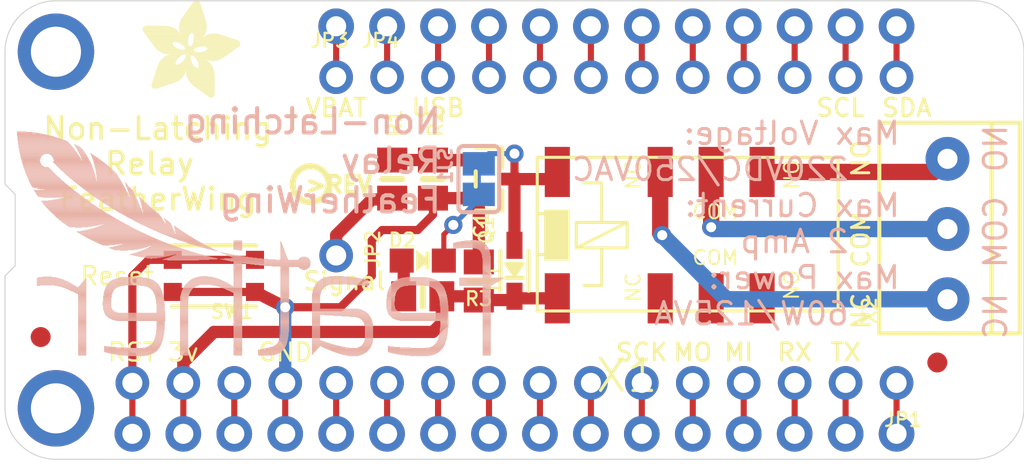
<source format=kicad_pcb>
(kicad_pcb (version 20211014) (generator pcbnew)
  (layers (0 "F.Cu" signal) (1 "In1.Cu" signal) (2 "In2.Cu" signal) (3 "In3.Cu" signal) (4 "In4.Cu" signal) (5 "In5.Cu" signal) (6 "In6.Cu" signal) (7 "In7.Cu" signal) (8 "In8.Cu" signal) (9 "In9.Cu" signal) (10 "In10.Cu" signal) (11 "In11.Cu" signal) (12 "In12.Cu" signal) (13 "In13.Cu" signal) (14 "In14.Cu" signal) (31 "B.Cu" signal) (34 "B.Paste" user) (35 "F.Paste" user) (36 "B.SilkS" user "B.Silkscreen") (37 "F.SilkS" user "F.Silkscreen") (38 "B.Mask" user) (39 "F.Mask" user) (44 "Edge.Cuts" user))
  (net 0 "")
  (net 1 "GND")
  (net 2 "SDA")
  (net 3 "SCL")
  (net 4 "VBAT")
  (net 5 "3.3V")
  (net 6 "N$14")
  (net 7 "USB")
  (net 8 "N$15")
  (net 9 "N$16")
  (net 10 "N$17")
  (net 11 "N$18")
  (net 12 "N$19")
  (net 13 "N$20")
  (net 14 "N$21")
  (net 15 "N$2")
  (net 16 "N$3")
  (net 17 "N$4")
  (net 18 "N$5")
  (net 19 "N$6")
  (net 20 "N$7")
  (net 21 "N$8")
  (net 22 "N$9")
  (net 23 "N$10")
  (net 24 "N$11")
  (net 25 "N$12")
  (net 26 "N$13")
  (net 27 "N$23")
  (net 28 "RESET")
  (net 29 "N$1")
  (net 30 "N$22")
  (net 31 "COM1")
  (net 32 "NO1")
  (net 33 "N$24")
  (net 34 "N$26")
  (net 35 "N$28")
  (net 36 "N$25")
  (footprint "boardEagle:BTN_KMR2_4.6X2.8" (layer "F.Cu") (at 133.5151 107.2896 180)
    (fp_text reference "SW1" (at -2.032 -1.778) (layer "F.SilkS") (effects (font (size 0.692831 0.692831) (thickness 0.119969)) (justify right)))
    (fp_text value "kmr2")
    (pad "A" smd rect (at 2.05 -0.8 180) (size 0.9 0.9) (layers "F.Cu" "F.Paste" "F.Mask") (net 1 "GND"))
    (pad "A'" smd rect (at -2.05 -0.8 180) (size 0.9 0.9) (layers "F.Cu" "F.Paste" "F.Mask") (net 1 "GND"))
    (pad "B" smd rect (at 2.05 0.8 180) (size 0.9 0.9) (layers "F.Cu" "F.Paste" "F.Mask") (net 28 "RESET"))
    (pad "B'" smd rect (at -2.05 0.8 180) (size 0.9 0.9) (layers "F.Cu" "F.Paste" "F.Mask") (net 28 "RESET"))
  )
  (footprint "boardEagle:0805-NO" (layer "F.Cu") (at 142.4051 102.4636 90)
    (fp_text reference "R1" (at 2.032 0.127 90) (layer "F.SilkS") (effects (font (size 0.692831 0.692831) (thickness 0.119969)) (justify left)))
    (fp_text value "1K")
    (pad "1" smd rect (at -0.95 0 90) (size 1.24 1.5) (layers "F.Cu" "F.Paste" "F.Mask") (net 33 "N$24"))
    (pad "2" smd rect (at 0.95 0 90) (size 1.24 1.5) (layers "F.Cu" "F.Paste" "F.Mask") (net 30 "N$22"))
  )
  (footprint "boardEagle:MICROSHIELD" (layer "F.Cu") (at 123.1011 116.4336)
    (fp_text reference "MS1" hide)
    (fp_text value "MICROSHIELD" hide)
    (fp_line (start 0 -9.144) (end 0 -2.54) (layer "Edge.Cuts") (width 0.05))
    (fp_line (start 2.54 0) (end 48.26 0) (layer "Edge.Cuts") (width 0.05))
    (fp_line (start 0 -20.32) (end 0 -13.716) (layer "Edge.Cuts") (width 0.05))
    (fp_line (start 0.508 -13.208) (end 0.508 -9.652) (layer "Edge.Cuts") (width 0.05))
    (fp_line (start 0.508 -9.652) (end 0 -9.144) (layer "Edge.Cuts") (width 0.05))
    (fp_line (start 50.8 -2.54) (end 50.8 -20.32) (layer "Edge.Cuts") (width 0.05))
    (fp_line (start 0 -13.716) (end 0.508 -13.208) (layer "Edge.Cuts") (width 0.05))
    (fp_line (start 48.26 -22.86) (end 2.54 -22.86) (layer "Edge.Cuts") (width 0.05))
    (fp_arc (start 2.54 0) (mid 0.743949 -0.743949) (end 0 -2.54) (layer "Edge.Cuts") (width 0.05))
    (fp_arc (start 50.8 -2.54) (mid 50.056051 -0.743949) (end 48.26 0) (layer "Edge.Cuts") (width 0.05))
    (fp_arc (start 48.26 -22.86) (mid 50.056051 -22.116051) (end 50.8 -20.32) (layer "Edge.Cuts") (width 0.05))
    (fp_arc (start 0 -20.32) (mid 0.743949 -22.116051) (end 2.54 -22.86) (layer "Edge.Cuts") (width 0.05))
    (pad "" np_thru_hole circle (at 48.26 -20.32) (size 2.54 2.54) (drill 2.54) (layers *.Cu *.Mask))
    (pad "" np_thru_hole circle (at 48.514 -2.286) (size 2.54 2.54) (drill 2.54) (layers *.Cu *.Mask))
    (pad "1" thru_hole circle (at 6.35 -1.27) (size 1.778 1.778) (drill 1) (layers *.Cu *.Mask) (net 28 "RESET"))
    (pad "2" thru_hole circle (at 8.89 -1.27) (size 1.778 1.778) (drill 1) (layers *.Cu *.Mask) (net 5 "3.3V"))
    (pad "3" thru_hole circle (at 11.43 -1.27) (size 1.778 1.778) (drill 1) (layers *.Cu *.Mask) (net 27 "N$23"))
    (pad "4" thru_hole circle (at 13.97 -1.27) (size 1.778 1.778) (drill 1) (layers *.Cu *.Mask) (net 1 "GND"))
    (pad "5" thru_hole circle (at 16.51 -1.27) (size 1.778 1.778) (drill 1) (layers *.Cu *.Mask) (net 26 "N$13"))
    (pad "6" thru_hole circle (at 19.05 -1.27) (size 1.778 1.778) (drill 1) (layers *.Cu *.Mask) (net 25 "N$12"))
    (pad "7" thru_hole circle (at 21.59 -1.27) (size 1.778 1.778) (drill 1) (layers *.Cu *.Mask) (net 24 "N$11"))
    (pad "8" thru_hole circle (at 24.13 -1.27) (size 1.778 1.778) (drill 1) (layers *.Cu *.Mask) (net 23 "N$10"))
    (pad "9" thru_hole circle (at 26.67 -1.27) (size 1.778 1.778) (drill 1) (layers *.Cu *.Mask) (net 22 "N$9"))
    (pad "10" thru_hole circle (at 29.21 -1.27) (size 1.778 1.778) (drill 1) (layers *.Cu *.Mask) (net 21 "N$8"))
    (pad "11" thru_hole circle (at 31.75 -1.27) (size 1.778 1.778) (drill 1) (layers *.Cu *.Mask) (net 20 "N$7"))
    (pad "12" thru_hole circle (at 34.29 -1.27) (size 1.778 1.778) (drill 1) (layers *.Cu *.Mask) (net 19 "N$6"))
    (pad "13" thru_hole circle (at 36.83 -1.27) (size 1.778 1.778) (drill 1) (layers *.Cu *.Mask) (net 18 "N$5"))
    (pad "14" thru_hole circle (at 39.37 -1.27) (size 1.778 1.778) (drill 1) (layers *.Cu *.Mask) (net 17 "N$4"))
    (pad "15" thru_hole circle (at 41.91 -1.27) (size 1.778 1.778) (drill 1) (layers *.Cu *.Mask) (net 16 "N$3"))
    (pad "16" thru_hole circle (at 44.45 -1.27) (size 1.778 1.778) (drill 1) (layers *.Cu *.Mask) (net 15 "N$2"))
    (pad "17" thru_hole circle (at 44.45 -21.59) (size 1.778 1.778) (drill 1) (layers *.Cu *.Mask) (net 2 "SDA"))
    (pad "18" thru_hole circle (at 41.91 -21.59) (size 1.778 1.778) (drill 1) (layers *.Cu *.Mask) (net 3 "SCL"))
    (pad "19" thru_hole circle (at 39.37 -21.59) (size 1.778 1.778) (drill 1) (layers *.Cu *.Mask) (net 14 "N$21"))
    (pad "20" thru_hole circle (at 36.83 -21.59) (size 1.778 1.778) (drill 1) (layers *.Cu *.Mask) (net 13 "N$20"))
    (pad "21" thru_hole circle (at 34.29 -21.59) (size 1.778 1.778) (drill 1) (layers *.Cu *.Mask) (net 12 "N$19"))
    (pad "22" thru_hole circle (at 31.75 -21.59) (size 1.778 1.778) (drill 1) (layers *.Cu *.Mask) (net 11 "N$18"))
    (pad "23" thru_hole circle (at 29.21 -21.59) (size 1.778 1.778) (drill 1) (layers *.Cu *.Mask) (net 10 "N$17"))
    (pad "24" thru_hole circle (at 26.67 -21.59) (size 1.778 1.778) (drill 1) (layers *.Cu *.Mask) (net 9 "N$16"))
    (pad "25" thru_hole circle (at 24.13 -21.59) (size 1.778 1.778) (drill 1) (layers *.Cu *.Mask) (net 8 "N$15"))
    (pad "26" thru_hole circle (at 21.59 -21.59) (size 1.778 1.778) (drill 1) (layers *.Cu *.Mask) (net 7 "USB"))
    (pad "27" thru_hole circle (at 19.05 -21.59) (size 1.778 1.778) (drill 1) (layers *.Cu *.Mask) (net 6 "N$14"))
    (pad "28" thru_hole circle (at 16.51 -21.59) (size 1.778 1.778) (drill 1) (layers *.Cu *.Mask) (net 4 "VBAT"))
    (pad "P$1" thru_hole circle (at 2.54 -20.32) (size 3.81 3.81) (drill 2.5) (layers *.Cu *.Mask))
    (pad "P$2" thru_hole circle (at 2.54 -2.54) (size 3.81 3.81) (drill 2.5) (layers *.Cu *.Mask))
  )
  (footprint "boardEagle:1X01_ROUND" (layer "F.Cu") (at 139.6111 106.2736 -90)
    (fp_text reference "JP2" (at -1.3462 -1.8288 90) (layer "F.SilkS") (effects (font (size 0.692831 0.692831) (thickness 0.119969)) (justify right)))
    (fp_text value "")
    (pad "1" thru_hole circle (at 0 0) (size 1.6764 1.6764) (drill 1) (layers *.Cu *.Mask) (net 33 "N$24"))
  )
  (footprint "boardEagle:1X16_ROUND" (layer "F.Cu") (at 148.5011 112.6236 180)
    (fp_text reference "JP1" (at -20.3962 -1.8288) (layer "F.SilkS") (effects (font (size 0.692831 0.692831) (thickness 0.119969)) (justify right)))
    (fp_text value "")
    (pad "1" thru_hole circle (at -19.05 0 270) (size 1.6764 1.6764) (drill 1) (layers *.Cu *.Mask) (net 15 "N$2"))
    (pad "2" thru_hole circle (at -16.51 0 270) (size 1.6764 1.6764) (drill 1) (layers *.Cu *.Mask) (net 16 "N$3"))
    (pad "3" thru_hole circle (at -13.97 0 270) (size 1.6764 1.6764) (drill 1) (layers *.Cu *.Mask) (net 17 "N$4"))
    (pad "4" thru_hole circle (at -11.43 0 270) (size 1.6764 1.6764) (drill 1) (layers *.Cu *.Mask) (net 18 "N$5"))
    (pad "5" thru_hole circle (at -8.89 0 270) (size 1.6764 1.6764) (drill 1) (layers *.Cu *.Mask) (net 19 "N$6"))
    (pad "6" thru_hole circle (at -6.35 0 270) (size 1.6764 1.6764) (drill 1) (layers *.Cu *.Mask) (net 20 "N$7"))
    (pad "7" thru_hole circle (at -3.81 0 270) (size 1.6764 1.6764) (drill 1) (layers *.Cu *.Mask) (net 21 "N$8"))
    (pad "8" thru_hole circle (at -1.27 0 270) (size 1.6764 1.6764) (drill 1) (layers *.Cu *.Mask) (net 22 "N$9"))
    (pad "9" thru_hole circle (at 1.27 0 270) (size 1.6764 1.6764) (drill 1) (layers *.Cu *.Mask) (net 23 "N$10"))
    (pad "10" thru_hole circle (at 3.81 0 270) (size 1.6764 1.6764) (drill 1) (layers *.Cu *.Mask) (net 24 "N$11"))
    (pad "11" thru_hole circle (at 6.35 0 270) (size 1.6764 1.6764) (drill 1) (layers *.Cu *.Mask) (net 25 "N$12"))
    (pad "12" thru_hole circle (at 8.89 0 270) (size 1.6764 1.6764) (drill 1) (layers *.Cu *.Mask) (net 26 "N$13"))
    (pad "13" thru_hole circle (at 11.43 0 270) (size 1.6764 1.6764) (drill 1) (layers *.Cu *.Mask) (net 1 "GND"))
    (pad "14" thru_hole circle (at 13.97 0 270) (size 1.6764 1.6764) (drill 1) (layers *.Cu *.Mask) (net 27 "N$23"))
    (pad "15" thru_hole circle (at 16.51 0 270) (size 1.6764 1.6764) (drill 1) (layers *.Cu *.Mask) (net 5 "3.3V"))
    (pad "16" thru_hole circle (at 19.05 0 270) (size 1.6764 1.6764) (drill 1) (layers *.Cu *.Mask) (net 28 "RESET"))
  )
  (footprint "boardEagle:0805-NO" (layer "F.Cu") (at 146.7231 107.5436 90)
    (fp_text reference "C1" (at 2.032 0.127 90) (layer "F.SilkS") (effects (font (size 0.692831 0.692831) (thickness 0.119969)) (justify left)))
    (fp_text value "10uF")
    (pad "1" smd rect (at -0.95 0 90) (size 1.24 1.5) (layers "F.Cu" "F.Paste" "F.Mask") (net 5 "3.3V"))
    (pad "2" smd rect (at 0.95 0 90) (size 1.24 1.5) (layers "F.Cu" "F.Paste" "F.Mask") (net 1 "GND"))
  )
  (footprint "boardEagle:RELAY_EE2_NOLATCH" (layer "F.Cu") (at 157.1371 105.2576)
    (fp_text reference "X1" (at -4.68 7) (layer "F.SilkS") (effects (font (size 1.61798 1.61798) (thickness 0.16002)) (justify left)))
    (fp_text value "RELAY_NONLATCHING-EE2NUH")
    (fp_text user "NO" (at 5.6 -2.2 90) (layer "F.SilkS") (effects (font (size 0.715264 0.715264) (thickness 0.097536)) (justify left bottom)))
    (fp_text user "NC" (at -2.3 3.4 90) (layer "F.SilkS") (effects (font (size 0.715264 0.715264) (thickness 0.097536)) (justify left bottom)))
    (fp_text user "COM" (at 0.168 1.536) (layer "F.SilkS") (effects (font (size 0.715264 0.715264) (thickness 0.097536)) (justify left bottom)))
    (fp_text user "NO" (at 5.6 3.3 90) (layer "F.SilkS") (effects (font (size 0.715264 0.715264) (thickness 0.097536)) (justify left bottom)))
    (fp_text user "NC" (at -2.3 -2.2 90) (layer "F.SilkS") (effects (font (size 0.715264 0.715264) (thickness 0.097536)) (justify left bottom)))
    (fp_text user "COM" (at 0.168 -0.75) (layer "F.SilkS") (effects (font (size 0.715264 0.715264) (thickness 0.097536)) (justify left bottom)))
    (pad "1" smd rect (at -6.5 3.15) (size 1.25 2.5) (layers "F.Cu" "F.Paste" "F.Mask") (net 5 "3.3V"))
    (pad "3" smd rect (at -1.37 3.15) (size 1.25 2.5) (layers "F.Cu" "F.Paste" "F.Mask"))
    (pad "4" smd rect (at 1.17 3.15) (size 1.25 2.5) (layers "F.Cu" "F.Paste" "F.Mask"))
    (pad "5" smd rect (at 3.71 3.15) (size 1.25 2.5) (layers "F.Cu" "F.Paste" "F.Mask"))
    (pad "8" smd rect (at 3.71 -3.15) (size 1.25 2.5) (layers "F.Cu" "F.Paste" "F.Mask") (net 32 "NO1"))
    (pad "9" smd rect (at 1.17 -3.15) (size 1.25 2.5) (layers "F.Cu" "F.Paste" "F.Mask") (net 31 "COM1"))
    (pad "10" smd rect (at -1.37 -3.15) (size 1.25 2.5) (layers "F.Cu" "F.Paste" "F.Mask") (net 35 "N$28"))
    (pad "12" smd rect (at -6.5 -3.15) (size 1.25 2.5) (layers "F.Cu" "F.Paste" "F.Mask") (net 29 "N$1"))
  )
  (footprint "boardEagle:ADAFRUIT_5MM" (layer "F.Cu") (at 129.9591 98.3996)
    (fp_text reference "U$7" hide)
    (fp_text value "" hide)
  )
  (footprint "boardEagle:1X11_ROUND" (layer "F.Cu") (at 154.8511 97.3836)
    (fp_text reference "JP4" (at -14.0462 -1.8288) (layer "F.SilkS") (effects (font (size 0.692831 0.692831) (thickness 0.119969)) (justify left)))
    (fp_text value "")
    (pad "1" thru_hole circle (at -12.7 0 90) (size 1.6764 1.6764) (drill 1) (layers *.Cu *.Mask) (net 6 "N$14"))
    (pad "2" thru_hole circle (at -10.16 0 90) (size 1.6764 1.6764) (drill 1) (layers *.Cu *.Mask) (net 7 "USB"))
    (pad "3" thru_hole circle (at -7.62 0 90) (size 1.6764 1.6764) (drill 1) (layers *.Cu *.Mask) (net 8 "N$15"))
    (pad "4" thru_hole circle (at -5.08 0 90) (size 1.6764 1.6764) (drill 1) (layers *.Cu *.Mask) (net 9 "N$16"))
    (pad "5" thru_hole circle (at -2.54 0 90) (size 1.6764 1.6764) (drill 1) (layers *.Cu *.Mask) (net 10 "N$17"))
    (pad "6" thru_hole circle (at 0 0 90) (size 1.6764 1.6764) (drill 1) (layers *.Cu *.Mask) (net 11 "N$18"))
    (pad "7" thru_hole circle (at 2.54 0 90) (size 1.6764 1.6764) (drill 1) (layers *.Cu *.Mask) (net 12 "N$19"))
    (pad "8" thru_hole circle (at 5.08 0 90) (size 1.6764 1.6764) (drill 1) (layers *.Cu *.Mask) (net 13 "N$20"))
    (pad "9" thru_hole circle (at 7.62 0 90) (size 1.6764 1.6764) (drill 1) (layers *.Cu *.Mask) (net 14 "N$21"))
    (pad "10" thru_hole circle (at 10.16 0 90) (size 1.6764 1.6764) (drill 1) (layers *.Cu *.Mask) (net 3 "SCL"))
    (pad "11" thru_hole circle (at 12.7 0 90) (size 1.6764 1.6764) (drill 1) (layers *.Cu *.Mask) (net 2 "SDA"))
  )
  (footprint "boardEagle:SOD-323" (layer "F.Cu") (at 148.5011 107.0356 90)
    (fp_text reference "D1" (at -1.1 -1 90) (layer "F.SilkS") (effects (font (size 0.692831 0.692831) (thickness 0.119969)) (justify left)))
    (fp_text value "1N4148")
    (pad "A" smd rect (at 1.27 0 90) (size 1.35 0.8) (layers "F.Cu" "F.Paste" "F.Mask") (net 29 "N$1"))
    (pad "C" smd rect (at -1.27 0 90) (size 1.35 0.8) (layers "F.Cu" "F.Paste" "F.Mask") (net 5 "3.3V"))
  )
  (footprint "boardEagle:FIDUCIAL_1MM" (layer "F.Cu") (at 169.5831 111.6076)
    (fp_text reference "FID3" hide)
    (fp_text value "FIDUCIAL\"\"" hide)
    (pad "1" smd roundrect (at 0 0) (size 1 1) (layers "F.Cu" "F.Mask") (roundrect_rratio 0.5))
  )
  (footprint "boardEagle:TERMBLOCK_1X3-3.5MM" (layer "F.Cu") (at 170.0911 105.0036 90)
    (fp_text reference "X2" (at -4.75 -3.89 90) (layer "F.SilkS") (effects (font (size 0.692831 0.692831) (thickness 0.119969)) (justify left)))
    (fp_text value "")
    (pad "1" thru_hole circle (at 3.55 0 90) (size 2.1844 2.1844) (drill 1) (layers *.Cu *.Mask) (net 32 "NO1"))
    (pad "2" thru_hole circle (at 0.05 0 90) (size 2.1844 2.1844) (drill 1) (layers *.Cu *.Mask) (net 31 "COM1"))
    (pad "3" thru_hole circle (at -3.45 0 90) (size 2.1844 2.1844) (drill 1) (layers *.Cu *.Mask) (net 35 "N$28"))
  )
  (footprint "boardEagle:SOT23-R" (layer "F.Cu") (at 147.2311 102.4636 -90)
    (fp_text reference "Q1" (at 1.778 0.127 90) (layer "F.SilkS") (effects (font (size 0.692831 0.692831) (thickness 0.119969)) (justify right)))
    (fp_text value "MMBT2222")
    (pad "1" smd rect (at -0.95 1 270) (size 0.635 1.016) (layers "F.Cu" "F.Paste" "F.Mask") (net 30 "N$22"))
    (pad "2" smd rect (at 0.95 1 270) (size 0.635 1.016) (layers "F.Cu" "F.Paste" "F.Mask") (net 1 "GND"))
    (pad "3" smd rect (at 0 -1 270) (size 0.635 1.016) (layers "F.Cu" "F.Paste" "F.Mask") (net 29 "N$1"))
  )
  (footprint "boardEagle:CHIPLED_0805_NOOUTLINE" (layer "F.Cu") (at 143.9291 106.5276 -90)
    (fp_text reference "D2" (at -1.016 1.778) (layer "F.SilkS") (effects (font (size 0.692831 0.692831) (thickness 0.119969)) (justify left)))
    (fp_text value "RED")
    (pad "A" smd rect (at 0 1.05 270) (size 1.2 1.2) (layers "F.Cu" "F.Paste" "F.Mask") (net 34 "N$26"))
    (pad "C" smd rect (at 0 -1.05 270) (size 1.2 1.2) (layers "F.Cu" "F.Paste" "F.Mask") (net 36 "N$25"))
  )
  (footprint "boardEagle:FIDUCIAL_1MM" (layer "F.Cu") (at 124.8791 110.3376)
    (fp_text reference "FID2" hide)
    (fp_text value "FIDUCIAL\"\"" hide)
    (pad "1" smd roundrect (at 0 0) (size 1 1) (layers "F.Cu" "F.Mask") (roundrect_rratio 0.5))
  )
  (footprint "boardEagle:PCBFEAT-REV-040" (layer "F.Cu") (at 138.3411 102.7176)
    (fp_text reference "U$5" hide)
    (fp_text value "" hide)
    (fp_text user ">REV" (at -0.3556 0.508) (layer "F.SilkS") (effects (font (size 0.8128 0.8128) (thickness 0.2032)) (justify left bottom)))
  )
  (footprint "boardEagle:0805-NO" (layer "F.Cu") (at 144.4371 102.4636 90)
    (fp_text reference "R2" (at 2.032 0.127 90) (layer "F.SilkS") (effects (font (size 0.692831 0.692831) (thickness 0.119969)) (justify left)))
    (fp_text value "10K")
    (pad "1" smd rect (at -0.95 0 90) (size 1.24 1.5) (layers "F.Cu" "F.Paste" "F.Mask") (net 1 "GND"))
    (pad "2" smd rect (at 0.95 0 90) (size 1.24 1.5) (layers "F.Cu" "F.Paste" "F.Mask") (net 30 "N$22"))
  )
  (footprint "boardEagle:1X01_ROUND" (layer "F.Cu") (at 139.6111 97.3836)
    (fp_text reference "JP3" (at -1.3462 -1.8288) (layer "F.SilkS") (effects (font (size 0.692831 0.692831) (thickness 0.119969)) (justify left)))
    (fp_text value "")
    (pad "1" thru_hole circle (at 0 0 90) (size 1.6764 1.6764) (drill 1) (layers *.Cu *.Mask) (net 4 "VBAT"))
  )
  (footprint "boardEagle:0805-NO" (layer "F.Cu") (at 143.9291 108.3056)
    (fp_text reference "R3" (at 2.032 0.127) (layer "F.SilkS") (effects (font (size 0.692831 0.692831) (thickness 0.119969)) (justify left)))
    (fp_text value "1K")
    (pad "1" smd rect (at -0.95 0) (size 1.24 1.5) (layers "F.Cu" "F.Paste" "F.Mask") (net 34 "N$26"))
    (pad "2" smd rect (at 0.95 0) (size 1.24 1.5) (layers "F.Cu" "F.Paste" "F.Mask") (net 5 "3.3V"))
  )
  (footprint "boardEagle:FEATHERLOGO" (layer "B.Cu") (at 147.9931 111.3536 180)
    (fp_text reference "U$6" hide)
    (fp_text value "" hide)
  )
  (footprint "boardEagle:SOLDERJUMPER_CLOSEDWIRE" (layer "B.Cu") (at 146.7231 102.4636 -90)
    (fp_text reference "SJ1" (at -1.651 1.27 90) (layer "B.SilkS") (effects (font (size 0.666496 0.666496) (thickness 0.146304)) (justify left bottom mirror)))
    (fp_text value "")
    (pad "1" smd rect (at -0.762 0 270) (size 1.1684 1.6002) (layers "B.Cu" "B.Mask") (net 29 "N$1"))
    (pad "2" smd rect (at 0.762 0 270) (size 1.1684 1.6002) (layers "B.Cu" "B.Mask") (net 36 "N$25"))
    (pad "WIRE" smd rect (at 0 0 270) (size 0.635 0.2032) (layers "B.Cu" "B.Mask"))
  )
  (gr_text "COM" (at 173.1391 103.2256 -270) (layer "B.SilkS") (effects (font (size 1.1176 1.1176) (thickness 0.1524)) (justify left bottom mirror)))
  (gr_text "NC" (at 173.1391 108.0516 -270) (layer "B.SilkS") (effects (font (size 1.1176 1.1176) (thickness 0.1524)) (justify left bottom mirror)))
  (gr_text "Non-Latching \nRelay \nFeatherWing" (at 144.9451 104.2416) (layer "B.SilkS") (effects (font (size 1.223264 1.223264) (thickness 0.199136)) (justify left bottom mirror)))
  (gr_text "Max Voltage:\n   220VDC/250VAC\nMax Current:\n   2 Amp\nMax Power:\n   60W/125VA" (at 167.8051 109.8296) (layer "B.SilkS") (effects (font (size 1.1176 1.1176) (thickness 0.1524)) (justify left bottom mirror)))
  (gr_text "NO" (at 173.1391 99.6696 -270) (layer "B.SilkS") (effects (font (size 1.1176 1.1176) (thickness 0.1524)) (justify left bottom mirror)))
  (gr_text "SDA" (at 168.0591 98.9076) (layer "F.SilkS") (effects (font (size 0.87376 0.87376) (thickness 0.14224))))
  (gr_text "MO" (at 157.3911 111.0996) (layer "F.SilkS") (effects (font (size 0.87376 0.87376) (thickness 0.14224))))
  (gr_text "NC" (at 165.2651 108.0516 90) (layer "F.SilkS") (effects (font (size 0.87376 0.87376) (thickness 0.14224)) (justify right top)))
  (gr_text "USB" (at 144.6911 98.9076) (layer "F.SilkS") (effects (font (size 0.87376 0.87376) (thickness 0.14224))))
  (gr_text "SCK" (at 154.8511 111.0996) (layer "F.SilkS") (effects (font (size 0.87376 0.87376) (thickness 0.14224))))
  (gr_text "GND" (at 137.0711 111.0996) (layer "F.SilkS") (effects (font (size 0.89408 0.89408) (thickness 0.12192))))
  (gr_text "NO" (at 165.2651 100.4316 90) (layer "F.SilkS") (effects (font (size 0.87376 0.87376) (thickness 0.14224)) (justify right top)))
  (gr_text "TX" (at 165.0111 111.0996) (layer "F.SilkS") (effects (font (size 0.87376 0.87376) (thickness 0.14224))))
  (gr_text "RX" (at 162.4711 111.0996) (layer "F.SilkS") (effects (font (size 0.87376 0.87376) (thickness 0.14224))))
  (gr_text "RST" (at 129.4511 111.0996) (layer "F.SilkS") (effects (font (size 0.89408 0.89408) (thickness 0.12192))))
  (gr_text "3v" (at 131.9911 111.0996) (layer "F.SilkS") (effects (font (size 0.89408 0.89408) (thickness 0.12192))))
  (gr_text "Reset" (at 128.6891 107.2896) (layer "F.SilkS") (effects (font (size 0.89408 0.89408) (thickness 0.12192))))
  (gr_text "Non-Latching\nRelay \nFeatherWing" (at 130.7211 101.7016) (layer "F.SilkS") (effects (font (size 1.0922 1.0922) (thickness 0.1778))))
  (gr_text "MI" (at 159.6771 111.0996) (layer "F.SilkS") (effects (font (size 0.87376 0.87376) (thickness 0.14224))))
  (gr_text "SCL" (at 164.7571 98.9076) (layer "F.SilkS") (effects (font (size 0.87376 0.87376) (thickness 0.14224))))
  (gr_text "Signal" (at 142.1511 107.0356) (layer "F.SilkS") (effects (font (size 0.87376 0.87376) (thickness 0.14224)) (justify right top)))
  (gr_text "VBAT" (at 139.6111 98.9076) (layer "F.SilkS") (effects (font (size 0.87376 0.87376) (thickness 0.14224))))
  (gr_text "COM" (at 165.2651 103.9876 90) (layer "F.SilkS") (effects (font (size 0.87376 0.87376) (thickness 0.14224)) (justify right top)))
  (segment (start 141.8971 105.0036) (end 143.6751 105.0036) (width 0.4064) (layer "F.Cu") (net 1))
  (segment (start 139.8271 108.8516) (end 141.3891 107.2896) (width 0.4064) (layer "F.Cu") (net 1))
  (segment (start 135.5651 108.0896) (end 131.4651 108.0896) (width 0.4064) (layer "F.Cu") (net 1))
  (segment (start 146.7231 106.5936) (end 146.7231 103.9056) (width 0.6096) (layer "F.Cu") (net 1))
  (segment (start 141.3891 107.2896) (end 141.3891 105.5116) (width 0.4064) (layer "F.Cu") (net 1))
  (segment (start 144.4371 104.2416) (end 144.4371 103.4136) (width 0.4064) (layer "F.Cu") (net 1))
  (segment (start 146.7231 103.9056) (end 146.2311 103.4136) (width 0.6096) (layer "F.Cu") (net 1))
  (segment (start 137.0711 115.1636) (end 137.0711 112.6236) (width 0.3048) (layer "F.Cu") (net 1))
  (segment (start 146.2311 103.4136) (end 144.4371 103.4136) (width 0.6096) (layer "F.Cu") (net 1))
  (segment (start 143.6751 105.0036) (end 144.4371 104.2416) (width 0.4064) (layer "F.Cu") (net 1))
  (segment (start 137.0711 108.8516) (end 139.8271 108.8516) (width 0.4064) (layer "F.Cu") (net 1))
  (segment (start 137.0711 108.8516) (end 135.5651 108.0896) (width 0.6096) (layer "F.Cu") (net 1))
  (segment (start 141.3891 105.5116) (end 141.8971 105.0036) (width 0.4064) (layer "F.Cu") (net 1))
  (via (at 137.0711 108.8516) (size 0.9064) (drill 0.5) (layers "F.Cu" "B.Cu") (net 1))
  (segment (start 137.0711 112.6236) (end 137.0711 108.8516) (width 0.6096) (layer "B.Cu") (net 1))
  (segment (start 167.5511 94.8436) (end 167.5511 97.3836) (width 0.3048) (layer "F.Cu") (net 2))
  (segment (start 165.0111 97.3836) (end 165.0111 94.8436) (width 0.3048) (layer "F.Cu") (net 3))
  (segment (start 139.6111 94.8436) (end 139.6111 97.3836) (width 0.3048) (layer "F.Cu") (net 4))
  (segment (start 144.8791 109.6416) (end 144.4371 110.0836) (width 0.6096) (layer "F.Cu") (net 5))
  (segment (start 148.5011 108.4076) (end 150.6371 108.4076) (width 0.6096) (layer "F.Cu") (net 5))
  (segment (start 131.9911 111.6076) (end 131.9911 112.6236) (width 0.6096) (layer "F.Cu") (net 5))
  (segment (start 146.7231 108.3056) (end 144.8791 108.3056) (width 0.6096) (layer "F.Cu") (net 5))
  (segment (start 148.5011 108.3056) (end 148.5011 108.4936) (width 0.6096) (layer "F.Cu") (net 5))
  (segment (start 131.9911 112.6236) (end 131.9911 115.1636) (width 0.3048) (layer "F.Cu") (net 5))
  (segment (start 144.8791 108.3056) (end 144.8791 109.6416) (width 0.6096) (layer "F.Cu") (net 5))
  (segment (start 146.7231 108.4936) (end 146.7231 108.3056) (width 0.6096) (layer "F.Cu") (net 5))
  (segment (start 133.5151 110.0836) (end 131.9911 111.6076) (width 0.6096) (layer "F.Cu") (net 5))
  (segment (start 148.5011 108.4936) (end 146.7231 108.4936) (width 0.6096) (layer "F.Cu") (net 5))
  (segment (start 148.5011 108.3056) (end 148.5011 108.4076) (width 0.6096) (layer "F.Cu") (net 5))
  (segment (start 144.4371 110.0836) (end 133.5151 110.0836) (width 0.6096) (layer "F.Cu") (net 5))
  (segment (start 142.1511 97.3836) (end 142.1511 94.8436) (width 0.3048) (layer "F.Cu") (net 6))
  (segment (start 144.6911 97.3836) (end 144.6911 94.8436) (width 0.3048) (layer "F.Cu") (net 7))
  (segment (start 147.2311 97.3836) (end 147.2311 94.8436) (width 0.3048) (layer "F.Cu") (net 8))
  (segment (start 149.7711 97.3836) (end 149.7711 94.8436) (width 0.3048) (layer "F.Cu") (net 9))
  (segment (start 152.3111 97.3836) (end 152.3111 94.8436) (width 0.3048) (layer "F.Cu") (net 10))
  (segment (start 154.8511 97.3836) (end 154.8511 94.8436) (width 0.3048) (layer "F.Cu") (net 11))
  (segment (start 157.3911 97.3836) (end 157.3911 94.8436) (width 0.3048) (layer "F.Cu") (net 12))
  (segment (start 159.9311 97.3836) (end 159.9311 94.8436) (width 0.3048) (layer "F.Cu") (net 13))
  (segment (start 162.4711 97.3836) (end 162.4711 94.8436) (width 0.3048) (layer "F.Cu") (net 14))
  (segment (start 167.5511 112.6236) (end 167.5511 115.1636) (width 0.3048) (layer "F.Cu") (net 15))
  (segment (start 165.0111 112.6236) (end 165.0111 115.1636) (width 0.3048) (layer "F.Cu") (net 16))
  (segment (start 162.4711 115.1636) (end 162.4711 112.6236) (width 0.3048) (layer "F.Cu") (net 17))
  (segment (start 159.9311 112.6236) (end 159.9311 115.1636) (width 0.3048) (layer "F.Cu") (net 18))
  (segment (start 157.3911 115.1636) (end 157.3911 112.6236) (width 0.3048) (layer "F.Cu") (net 19))
  (segment (start 154.8511 112.6236) (end 154.8511 115.1636) (width 0.3048) (layer "F.Cu") (net 20))
  (segment (start 152.3111 115.1636) (end 152.3111 112.6236) (width 0.3048) (layer "F.Cu") (net 21))
  (segment (start 149.7711 115.1636) (end 149.7711 112.6236) (width 0.3048) (layer "F.Cu") (net 22))
  (segment (start 147.2311 112.6236) (end 147.2311 115.1636) (width 0.3048) (layer "F.Cu") (net 23))
  (segment (start 144.6911 115.1636) (end 144.6911 112.6236) (width 0.3048) (layer "F.Cu") (net 24))
  (segment (start 142.1511 115.1636) (end 142.1511 112.6236) (width 0.3048) (layer "F.Cu") (net 25))
  (segment (start 139.6111 115.1636) (end 139.6111 112.6236) (width 0.3048) (layer "F.Cu") (net 26))
  (segment (start 134.5311 115.1636) (end 134.5311 112.6236) (width 0.3048) (layer "F.Cu") (net 27))
  (segment (start 131.4651 106.4896) (end 130.2511 106.4896) (width 0.4064) (layer "F.Cu") (net 28))
  (segment (start 130.2511 106.4896) (end 129.4511 107.2896) (width 0.4064) (layer "F.Cu") (net 28))
  (segment (start 129.4511 112.6236) (end 129.4511 115.1636) (width 0.3048) (layer "F.Cu") (net 28))
  (segment (start 129.4511 107.2896) (end 129.4511 112.6236) (width 0.4064) (layer "F.Cu") (net 28))
  (segment (start 135.5651 106.4896) (end 131.4651 106.4896) (width 0.4064) (layer "F.Cu") (net 28))
  (segment (start 148.5011 102.4636) (end 148.2311 102.4636) (width 0.6096) (layer "F.Cu") (net 29))
  (segment (start 150.6371 102.1076) (end 150.2811 102.4636) (width 0.6096) (layer "F.Cu") (net 29))
  (segment (start 150.2811 102.4636) (end 148.7551 102.4636) (width 0.6096) (layer "F.Cu") (net 29))
  (segment (start 148.7551 102.4636) (end 148.2311 102.4636) (width 0.6096) (layer "F.Cu") (net 29))
  (segment (start 148.5011 105.7656) (end 148.5011 102.4636) (width 0.6096) (layer "F.Cu") (net 29))
  (segment (start 148.5011 101.1936) (end 148.5011 102.2096) (width 0.4064) (layer "F.Cu") (net 29))
  (segment (start 148.5011 102.2096) (end 148.7551 102.4636) (width 0.4064) (layer "F.Cu") (net 29))
  (via (at 148.5011 101.1936) (size 0.9064) (drill 0.5) (layers "F.Cu" "B.Cu") (net 29))
  (segment (start 146.7231 101.7016) (end 147.2311 101.1936) (width 0.254) (layer "B.Cu") (net 29))
  (segment (start 147.2311 101.1936) (end 148.5011 101.1936) (width 0.254) (layer "B.Cu") (net 29))
  (segment (start 146.2311 101.5136) (end 144.4371 101.5136) (width 0.6096) (layer "F.Cu") (net 30))
  (segment (start 144.4371 101.5136) (end 142.4051 101.5136) (width 0.6096) (layer "F.Cu") (net 30))
  (segment (start 158.3071 102.1076) (end 158.3071 104.862832) (width 0.8128) (layer "F.Cu") (net 31))
  (via (at 158.3071 104.862832) (size 0.9064) (drill 0.5) (layers "F.Cu" "B.Cu") (net 31))
  (segment (start 158.397868 104.9536) (end 170.0911 104.9536) (width 0.8128) (layer "B.Cu") (net 31))
  (segment (start 158.3071 104.862832) (end 158.397868 104.9536) (width 0.8128) (layer "B.Cu") (net 31))
  (segment (start 170.0911 101.4536) (end 169.4371 102.1076) (width 0.8128) (layer "F.Cu") (net 32))
  (segment (start 169.4371 102.1076) (end 160.8471 102.1076) (width 0.8128) (layer "F.Cu") (net 32))
  (segment (start 141.3891 103.4796) (end 142.3391 103.4796) (width 0.6096) (layer "F.Cu") (net 33))
  (segment (start 142.3391 103.4796) (end 142.4051 103.4136) (width 0.6096) (layer "F.Cu") (net 33))
  (segment (start 139.6111 105.2576) (end 141.3891 103.4796) (width 0.6096) (layer "F.Cu") (net 33))
  (segment (start 139.6111 106.2736) (end 139.6111 105.2576) (width 0.6096) (layer "F.Cu") (net 33))
  (segment (start 142.9791 108.3056) (end 142.9791 106.8816) (width 0.6096) (layer "F.Cu") (net 34))
  (segment (start 142.9791 106.8816) (end 142.8791 106.5276) (width 0.6096) (layer "F.Cu") (net 34))
  (segment (start 155.7671 102.1076) (end 155.7671 105.1576) (width 0.8128) (layer "F.Cu") (net 35))
  (segment (start 155.7671 105.1576) (end 155.8671 105.2576) (width 0.8128) (layer "F.Cu") (net 35))
  (via (at 155.8671 105.2576) (size 0.9064) (drill 0.5) (layers "F.Cu" "B.Cu") (net 35))
  (segment (start 155.8671 105.2576) (end 159.0631 108.4536) (width 0.8128) (layer "B.Cu") (net 35))
  (segment (start 159.0631 108.4536) (end 170.0911 108.4536) (width 0.8128) (layer "B.Cu") (net 35))
  (segment (start 144.9791 105.2236) (end 145.4531 104.7496) (width 0.254) (layer "F.Cu") (net 36))
  (segment (start 144.9791 106.5276) (end 144.9791 105.2236) (width 0.254) (layer "F.Cu") (net 36))
  (via (at 145.4531 104.7496) (size 0.9064) (drill 0.5) (layers "F.Cu" "B.Cu") (net 36))
  (segment (start 146.7231 103.4796) (end 146.7231 103.2256) (width 0.254) (layer "B.Cu") (net 36))
  (segment (start 145.4531 104.7496) (end 146.7231 103.4796) (width 0.254) (layer "B.Cu") (net 36))
)
</source>
